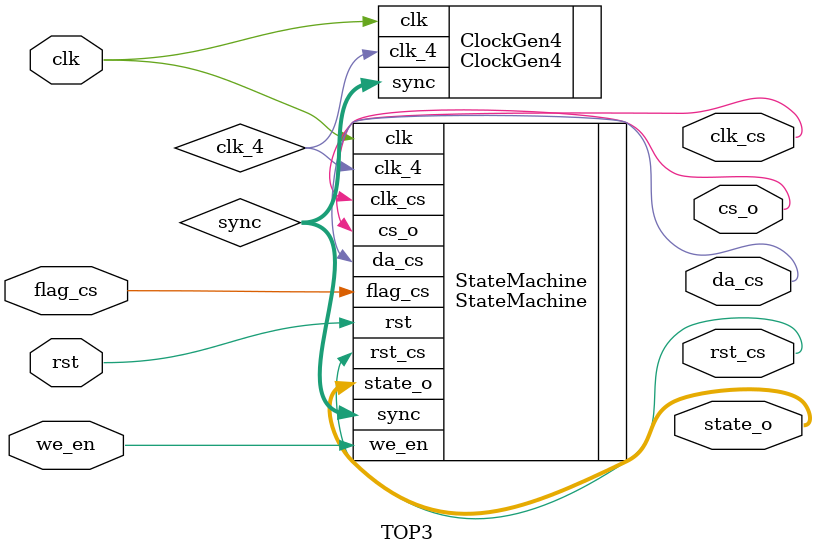
<source format=v>
module TOP3 (
  input rst,
  input clk,
  input flag_cs,
  input we_en,

  output wire [2:0] state_o,
  output wire rst_cs,
  output wire clk_cs,
  output wire cs_o,
  output wire da_cs

  );

  wire clk_4;
  wire [1:0] sync;


ClockGen4 ClockGen4(
  .clk(clk),
  .clk_4(clk_4),
  .sync(sync)
  );

StateMachine StateMachine(
  .clk(clk),
  .rst(rst),
  .clk_4(clk_4),
  .flag_cs(flag_cs),
  .we_en(we_en),
  .sync(sync),

  .state_o(state_o),
  .rst_cs(rst_cs),
  .clk_cs(clk_cs),
  .cs_o(cs_o),
  .da_cs(da_cs)

  );

endmodule // TOP3

</source>
